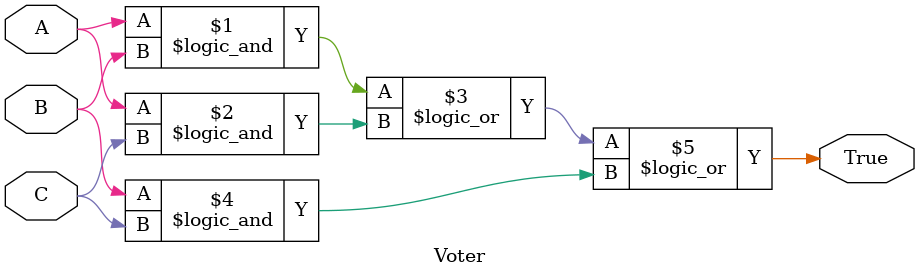
<source format=v>
module Voter #(parameter WIDTH = 1)(
    input  [(WIDTH-1):0] A, B, C,
    output [(WIDTH-1):0] True
    );
genvar i;
generate	
	for (i = 0; i < WIDTH; i = i +1) begin : Vote_Bit
			assign True[i] =  (A[i] && B[i]) || (A[i] && C[i]) || (B[i] && C[i]);
	end
endgenerate
endmodule
</source>
